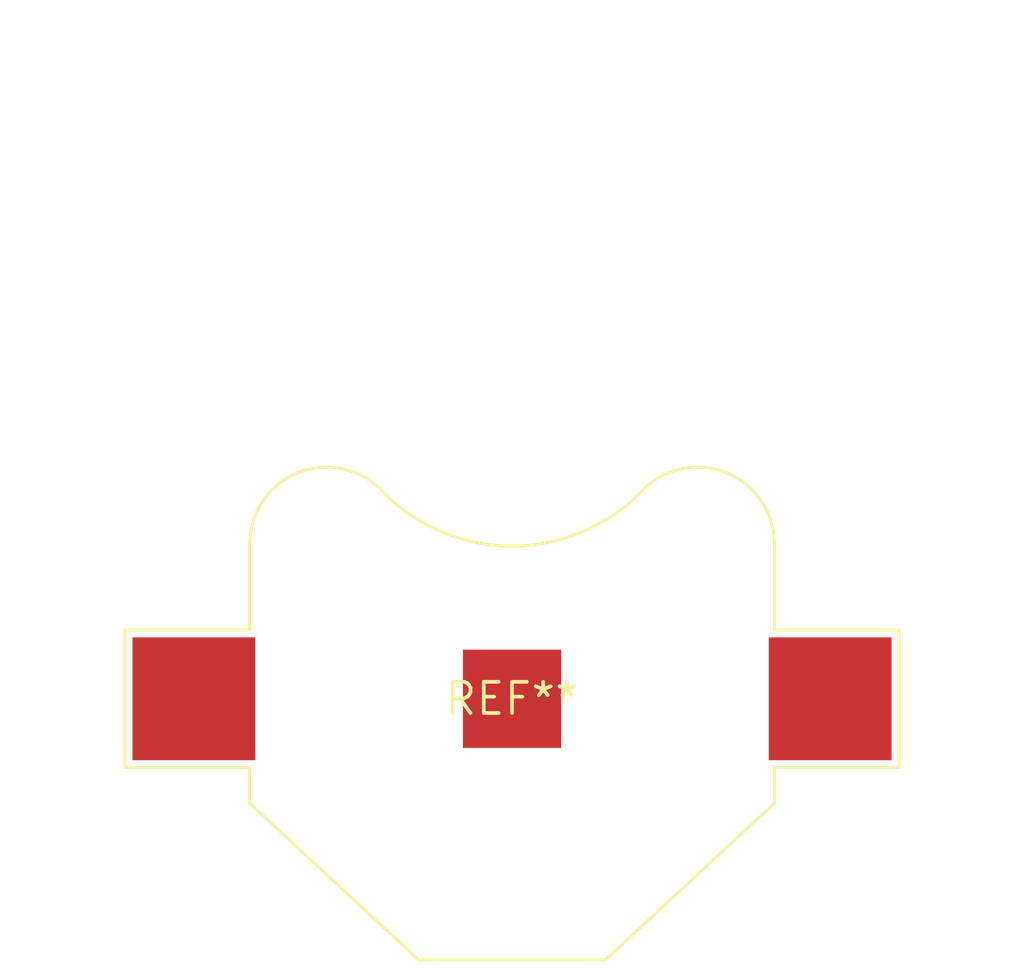
<source format=kicad_pcb>
(kicad_pcb (version 20240108) (generator pcbnew)
  (layers (0 "F.Cu" signal) (31 "B.Cu" signal) (34 "B.Paste" user) (35 "F.Paste" user) (36 "B.SilkS" user "B.Silkscreen") (37 "F.SilkS" user "F.Silkscreen") (38 "B.Mask" user) (39 "F.Mask" user) (44 "Edge.Cuts" user))
  (net 0 "")
  (footprint "BatteryHolder_Multicomp_BC-2001_1x2032" (layer "F.Cu") (at 0 0)
    (property "Reference" "REF**")
    (property "Value" "BatteryHolder_Multicomp_BC-2001_1x2032")
    (fp_line (start -15.75 -2.8) (end -10.68 -2.8) (layer "F.SilkS") (stroke (width 0.12)))
    (fp_line (start -15.75 2.8) (end -15.75 -2.8) (layer "F.SilkS") (stroke (width 0.12)))
    (fp_line (start -15.75 2.8) (end -10.68 2.8) (layer "F.SilkS") (stroke (width 0.12)))
    (fp_line (start -10.68 -2.8) (end -10.68 -6.28) (layer "F.SilkS") (stroke (width 0.12)))
    (fp_line (start -10.68 2.8) (end -10.68 4.25) (layer "F.SilkS") (stroke (width 0.12)))
    (fp_line (start -10.68 4.25) (end -3.8 10.63) (layer "F.SilkS") (stroke (width 0.12)))
    (fp_line (start 3.8 10.63) (end -3.8 10.63) (layer "F.SilkS") (stroke (width 0.12)))
    (fp_line (start 10.68 -2.8) (end 10.68 -6.35) (layer "F.SilkS") (stroke (width 0.12)))
    (fp_line (start 10.68 2.8) (end 10.68 4.25) (layer "F.SilkS") (stroke (width 0.12)))
    (fp_line (start 10.68 2.8) (end 15.75 2.8) (layer "F.SilkS") (stroke (width 0.12)))
    (fp_line (start 10.68 4.25) (end 3.8 10.63) (layer "F.SilkS") (stroke (width 0.12)))
    (fp_line (start 15.75 -2.8) (end 10.68 -2.8) (layer "F.SilkS") (stroke (width 0.12)))
    (fp_line (start 15.75 2.8) (end 15.75 -2.8) (layer "F.SilkS") (stroke (width 0.12)))
    (fp_arc (start -10.677058 -6.3) (mid -8.637972 -9.23169) (end -5.180001 -8.339999) (layer "F.SilkS") (stroke (width 0.12)))
    (fp_arc (start 5.306422 -8.467392) (mid 0.096808 -6.218103) (end -5.169999 -8.330001) (layer "F.SilkS") (stroke (width 0.12)))
    (fp_arc (start 5.316452 -8.492753) (mid 8.734461 -9.197232) (end 10.68 -6.3) (layer "F.SilkS") (stroke (width 0.12)))
    (pad "1" smd rect (at -12.95 0) (size 5 5) (layers "F.Cu" "F.Paste" "F.Mask"))
    (pad "1" smd rect (at 12.95 0) (size 5 5) (layers "F.Cu" "F.Paste" "F.Mask"))
    (pad "2" smd rect (at 0 0) (size 4 4) (layers "F.Cu" "F.Paste" "F.Mask"))
  )
)
</source>
